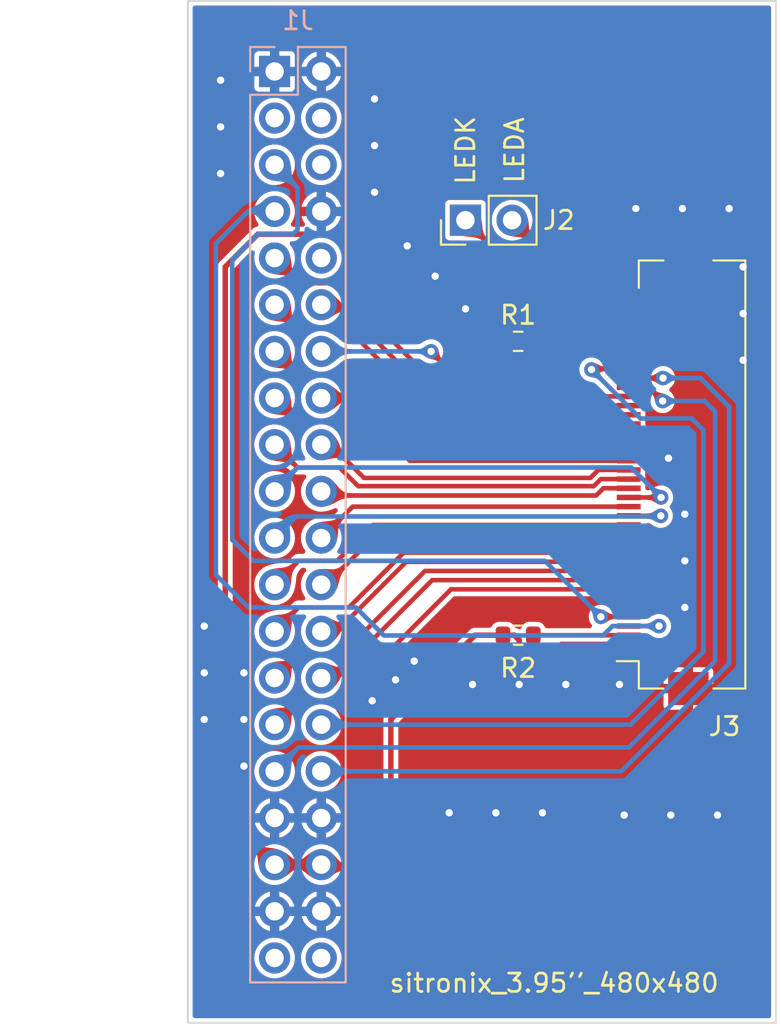
<source format=kicad_pcb>
(kicad_pcb (version 20211014) (generator pcbnew)
  (layers (0 "F.Cu" signal) (31 "B.Cu" signal) (34 "B.Paste" user) (35 "F.Paste" user) (36 "B.SilkS" user "B.Silkscreen") (37 "F.SilkS" user "F.Silkscreen") (38 "B.Mask" user) (39 "F.Mask" user) (44 "Edge.Cuts" user))
  (net 0 "")
  (net 1 "/GND")
  (net 4 "/TP_SDA")
  (net 6 "/TP_SCL")
  (net 7 "/LCD_DE")
  (net 9 "/LCD_HSYNC")
  (net 10 "/LCD_VSYNC")
  (net 11 "/LCD_B3")
  (net 12 "/LCD_PCLK")
  (net 13 "/LCD_B5")
  (net 14 "/LCD_B4")
  (net 15 "/LCD_B7")
  (net 16 "/LCD_B6")
  (net 17 "/LCD_G3")
  (net 18 "/LCD_G2")
  (net 19 "/LCD_G5")
  (net 20 "/LCD_G4")
  (net 21 "/LCD_G6")
  (net 22 "/LCD_G7")
  (net 23 "/LCD_R3")
  (net 24 "/LCD_R4")
  (net 25 "/LCD_R5")
  (net 26 "/LCD_R6")
  (net 27 "/LCD_R7")
  (net 28 "/LCD_SDA")
  (net 29 "/LCD_CS")
  (net 30 "/LCD_SCK")
  (net 31 "/VCC3.3V")
  (net 34 "/LEDK")
  (net 35 "/LEDA")
  (net 36 "Net-(R2-Pad1)")
  (net 38 "Net-(R1-Pad2)")
  (footprint "Connector_FFC-FPC:Hirose_FH12-40S-0.5SH_1x40-1MP_P0.50mm_Horizontal" (layer "F.Cu") (at 101.666 86.741 90)
    (property "Reference" "J3")
    (property "Value" "Conn_02x20_Counter_Clockwise")
    (fp_text reference "J3")
    (fp_text value "Conn_02x20_Counter_Clockwise")
  )
  (footprint "Connector_PinHeader_2.54mm:PinHeader_1x02_P2.54mm_Vertical" (layer "F.Cu") (at 90.927 72.898 90)
    (property "Reference" "J2")
    (property "Value" "Conn_01x02")
    (fp_text reference "J2")
    (fp_text value "Conn_01x02")
  )
  (footprint "Resistor_SMD:R_0603_1608Metric" (layer "F.Cu") (at 93.797 79.491)
    (property "Reference" "R1")
    (property "Value" "4.7k")
    (fp_text reference "R1")
    (fp_text value "4.7k")
  )
  (footprint "Resistor_SMD:R_0603_1608Metric" (layer "F.Cu") (at 93.797 95.491 180)
    (fp_text reference "R2")
    (fp_text value "4.7k")
  )
  (footprint "Connector_PinSocket_2.54mm:PinSocket_2x20_P2.54mm_Vertical" (layer "B.Cu") (at 80.538 64.8 180)
    (property "Reference" "J")
    (property "Value" "ESP32-S3-LCD-EV-BOARD_SUB_LCD_RGB")
    (fp_text reference "J1")
    (fp_text value "ESP32-S3-LCD-EV-BOARD_SUB_LCD_RGB")
  )
  (gr_rect (start 75.819 60.96) (end 107.823 116.586) (layer "Edge.Cuts") (width 0.1) (fill none))
  (gr_text "LEDA\n" (at 93.599 69.088 90) (layer "F.SilkS") (effects (font (size 1 1))))
  (gr_text "sitronix_3.95''_480x480\n" (at 95.758 114.427) (layer "F.SilkS") (effects (font (size 1 1))))
  (gr_text "LEDK" (at 90.932 69.088 90) (layer "F.SilkS") (effects (font (size 1 1))))
  (segment (start 101.192 80.491) (end 101.219 80.518) (width 0.3) (layer "F.Cu") (net 1))
  (segment (start 99.816 93.491) (end 100.946 93.491) (width 0.3) (layer "F.Cu") (net 1))
  (segment (start 98.406 93.491) (end 98.298 93.599) (width 0.3) (layer "F.Cu") (net 1))
  (segment (start 101.341 78.491) (end 101.346 78.486) (width 0.3) (layer "F.Cu") (net 1))
  (segment (start 99.816 93.491) (end 98.406 93.491) (width 0.3) (layer "F.Cu") (net 1))
  (segment (start 99.816 78.491) (end 101.341 78.491) (width 0.3) (layer "F.Cu") (net 1))
  (segment (start 99.816 80.491) (end 101.192 80.491) (width 0.3) (layer "F.Cu") (net 1))
  (segment (start 100.946 93.491) (end 100.965 93.472) (width 0.3) (layer "F.Cu") (net 1))
  (via (at 102.87 88.9) (size 0.8) (drill 0.4) (layers "F.Cu" "B.Cu") (net 1))
  (via (at 85.979 66.294) (size 0.8) (drill 0.4) (layers "F.Cu" "B.Cu") (net 1))
  (via (at 77.597 67.818) (size 0.8) (drill 0.4) (layers "F.Cu" "B.Cu") (net 1))
  (via (at 106.045 77.978) (size 0.8) (drill 0.4) (layers "F.Cu" "B.Cu") (net 1))
  (via (at 102.108 105.283) (size 0.8) (drill 0.4) (layers "F.Cu" "B.Cu") (net 1))
  (via (at 93.853 98.171) (size 0.8) (drill 0.4) (layers "F.Cu" "B.Cu") (net 1))
  (via (at 78.867 100.076) (size 0.8) (drill 0.4) (layers "F.Cu" "B.Cu") (net 1))
  (via (at 78.867 97.536) (size 0.8) (drill 0.4) (layers "F.Cu" "B.Cu") (net 1))
  (via (at 89.281 75.946) (size 0.8) (drill 0.4) (layers "F.Cu" "B.Cu") (net 1))
  (via (at 102.87 91.44) (size 0.8) (drill 0.4) (layers "F.Cu" "B.Cu") (net 1))
  (via (at 90.043 105.156) (size 0.8) (drill 0.4) (layers "F.Cu" "B.Cu") (net 1))
  (via (at 106.045 75.438) (size 0.8) (drill 0.4) (layers "F.Cu" "B.Cu") (net 1))
  (via (at 77.597 70.358) (size 0.8) (drill 0.4) (layers "F.Cu" "B.Cu") (net 1))
  (via (at 78.867 102.616) (size 0.8) (drill 0.4) (layers "F.Cu" "B.Cu") (net 1))
  (via (at 85.979 71.374) (size 0.8) (drill 0.4) (layers "F.Cu" "B.Cu") (net 1))
  (via (at 88.138 96.901) (size 0.8) (drill 0.4) (layers "F.Cu" "B.Cu") (net 1))
  (via (at 96.393 98.171) (size 0.8) (drill 0.4) (layers "F.Cu" "B.Cu") (net 1))
  (via (at 91.313 98.171) (size 0.8) (drill 0.4) (layers "F.Cu" "B.Cu") (net 1))
  (via (at 85.979 68.834) (size 0.8) (drill 0.4) (layers "F.Cu" "B.Cu") (net 1))
  (via (at 87.757 74.295) (size 0.8) (drill 0.4) (layers "F.Cu" "B.Cu") (net 1))
  (via (at 106.045 80.518) (size 0.8) (drill 0.4) (layers "F.Cu" "B.Cu") (net 1))
  (via (at 76.708 97.536) (size 0.8) (drill 0.4) (layers "F.Cu" "B.Cu") (net 1))
  (via (at 76.708 94.996) (size 0.8) (drill 0.4) (layers "F.Cu" "B.Cu") (net 1))
  (via (at 92.583 105.156) (size 0.8) (drill 0.4) (layers "F.Cu" "B.Cu") (net 1))
  (via (at 102.87 93.98) (size 0.8) (drill 0.4) (layers "F.Cu" "B.Cu") (net 1))
  (via (at 90.932 77.724) (size 0.8) (drill 0.4) (layers "F.Cu" "B.Cu") (net 1))
  (via (at 102.743 72.263) (size 0.8) (drill 0.4) (layers "F.Cu" "B.Cu") (net 1))
  (via (at 95.123 105.156) (size 0.8) (drill 0.4) (layers "F.Cu" "B.Cu") (net 1))
  (via (at 77.597 65.278) (size 0.8) (drill 0.4) (layers "F.Cu" "B.Cu") (net 1))
  (via (at 85.852 99.06) (size 0.8) (drill 0.4) (layers "F.Cu" "B.Cu") (net 1))
  (via (at 105.283 72.263) (size 0.8) (drill 0.4) (layers "F.Cu" "B.Cu") (net 1))
  (via (at 76.708 100.076) (size 0.8) (drill 0.4) (layers "F.Cu" "B.Cu") (net 1))
  (via (at 87.122 97.917) (size 0.8) (drill 0.4) (layers "F.Cu" "B.Cu") (net 1))
  (via (at 101.981 85.852) (size 0.8) (drill 0.4) (layers "F.Cu" "B.Cu") (net 1))
  (via (at 104.648 105.283) (size 0.8) (drill 0.4) (layers "F.Cu" "B.Cu") (net 1))
  (via (at 99.314 98.171) (size 0.8) (drill 0.4) (layers "F.Cu" "B.Cu") (net 1))
  (via (at 99.568 105.283) (size 0.8) (drill 0.4) (layers "F.Cu" "B.Cu") (net 1))
  (via (at 100.203 72.263) (size 0.8) (drill 0.4) (layers "F.Cu" "B.Cu") (net 1))
  (segment (start 98.301 94.491) (end 98.298 94.488) (width 0.25) (layer "F.Cu") (net 4))
  (segment (start 99.816 94.491) (end 98.301 94.491) (width 0.25) (layer "F.Cu") (net 4))
  (via (at 98.298 94.488) (size 0.8) (drill 0.4) (layers "F.Cu" "B.Cu") (net 4))
  (segment (start 81.788 71.13) (end 80.538 69.88) (width 0.25) (layer "B.Cu") (net 4))
  (segment (start 79.375 91.44) (end 78.232 90.297) (width 0.25) (layer "B.Cu") (net 4))
  (segment (start 81.788 73.406) (end 81.788 71.13) (width 0.25) (layer "B.Cu") (net 4))
  (segment (start 81.534 73.66) (end 81.788 73.406) (width 0.25) (layer "B.Cu") (net 4))
  (segment (start 95.25 91.44) (end 79.375 91.44) (width 0.25) (layer "B.Cu") (net 4))
  (segment (start 98.298 94.488) (end 95.25 91.44) (width 0.25) (layer "B.Cu") (net 4))
  (segment (start 79.629 73.66) (end 81.534 73.66) (width 0.25) (layer "B.Cu") (net 4))
  (segment (start 78.232 75.057) (end 79.629 73.66) (width 0.25) (layer "B.Cu") (net 4))
  (segment (start 78.232 90.297) (end 78.232 75.057) (width 0.25) (layer "B.Cu") (net 4))
  (segment (start 101.468 94.991) (end 99.816 94.991) (width 0.25) (layer "F.Cu") (net 6))
  (via (at 101.468 94.991) (size 0.8) (drill 0.4) (layers "F.Cu" "B.Cu") (net 6))
  (segment (start 84.963 93.98) (end 79.121 93.98) (width 0.25) (layer "B.Cu") (net 6))
  (segment (start 77.343 74.168) (end 79.091 72.42) (width 0.25) (layer "B.Cu") (net 6))
  (segment (start 79.091 72.42) (end 80.538 72.42) (width 0.25) (layer "B.Cu") (net 6))
  (segment (start 98.425 95.504) (end 86.487 95.504) (width 0.25) (layer "B.Cu") (net 6))
  (segment (start 98.938 94.991) (end 98.425 95.504) (width 0.25) (layer "B.Cu") (net 6))
  (segment (start 77.343 92.202) (end 77.343 74.168) (width 0.25) (layer "B.Cu") (net 6))
  (segment (start 79.121 93.98) (end 77.343 92.202) (width 0.25) (layer "B.Cu") (net 6))
  (segment (start 86.487 95.504) (end 84.963 93.98) (width 0.25) (layer "B.Cu") (net 6))
  (segment (start 101.468 94.991) (end 98.938 94.991) (width 0.25) (layer "B.Cu") (net 6))
  (segment (start 90.484 82.991) (end 83.818 76.325) (width 0.25) (layer "F.Cu") (net 7))
  (segment (start 99.816 82.991) (end 90.484 82.991) (width 0.25) (layer "F.Cu") (net 7))
  (segment (start 81.913 76.325) (end 81.417 75.829) (width 0.25) (layer "F.Cu") (net 7))
  (segment (start 81.407 75.829) (end 80.538 74.96) (width 0.25) (layer "F.Cu") (net 7))
  (segment (start 81.417 75.829) (end 81.407 75.829) (width 0.25) (layer "F.Cu") (net 7))
  (segment (start 83.818 76.325) (end 81.913 76.325) (width 0.25) (layer "F.Cu") (net 7))
  (segment (start 81.778 78.74) (end 80.538 77.5) (width 0.25) (layer "F.Cu") (net 9))
  (segment (start 84.455 78.74) (end 81.778 78.74) (width 0.25) (layer "F.Cu") (net 9))
  (segment (start 89.706 83.991) (end 84.455 78.74) (width 0.25) (layer "F.Cu") (net 9))
  (segment (start 99.816 83.991) (end 89.706 83.991) (width 0.25) (layer "F.Cu") (net 9))
  (segment (start 99.816 83.491) (end 90.095 83.491) (width 0.25) (layer "F.Cu") (net 10))
  (segment (start 84.104 77.5) (end 83.078 77.5) (width 0.25) (layer "F.Cu") (net 10))
  (segment (start 90.095 83.491) (end 84.104 77.5) (width 0.25) (layer "F.Cu") (net 10))
  (segment (start 100.838 84.836) (end 100.683 84.991) (width 0.25) (layer "F.Cu") (net 11))
  (segment (start 100.838 84.582) (end 100.838 84.836) (width 0.25) (layer "F.Cu") (net 11))
  (segment (start 81.778 81.28) (end 80.538 80.04) (width 0.25) (layer "F.Cu") (net 11))
  (segment (start 99.816 84.491) (end 89.317 84.491) (width 0.25) (layer "F.Cu") (net 11))
  (segment (start 89.317 84.491) (end 86.106 81.28) (width 0.25) (layer "F.Cu") (net 11))
  (segment (start 100.683 84.991) (end 99.816 84.991) (width 0.25) (layer "F.Cu") (net 11))
  (segment (start 100.747 84.491) (end 100.838 84.582) (width 0.25) (layer "F.Cu") (net 11))
  (segment (start 86.106 81.28) (end 81.778 81.28) (width 0.25) (layer "F.Cu") (net 11))
  (segment (start 99.816 84.491) (end 100.747 84.491) (width 0.25) (layer "F.Cu") (net 11))
  (segment (start 91.508 82.491) (end 99.816 82.491) (width 0.25) (layer "F.Cu") (net 12))
  (segment (start 89.057 80.04) (end 91.508 82.491) (width 0.25) (layer "F.Cu") (net 12))
  (via (at 89.057 80.04) (size 0.8) (drill 0.4) (layers "F.Cu" "B.Cu") (net 12))
  (segment (start 89.057 80.04) (end 83.078 80.04) (width 0.25) (layer "B.Cu") (net 12))
  (segment (start 99.816 85.991) (end 87.896 85.991) (width 0.25) (layer "F.Cu") (net 13))
  (segment (start 81.778 83.82) (end 80.538 82.58) (width 0.25) (layer "F.Cu") (net 13))
  (segment (start 87.896 85.991) (end 85.725 83.82) (width 0.25) (layer "F.Cu") (net 13))
  (segment (start 85.725 83.82) (end 81.778 83.82) (width 0.25) (layer "F.Cu") (net 13))
  (segment (start 99.816 85.491) (end 88.158 85.491) (width 0.25) (layer "F.Cu") (net 14))
  (segment (start 85.247 82.58) (end 83.078 82.58) (width 0.25) (layer "F.Cu") (net 14))
  (segment (start 88.158 85.491) (end 85.247 82.58) (width 0.25) (layer "F.Cu") (net 14))
  (segment (start 84.074 86.36) (end 81.778 86.36) (width 0.25) (layer "F.Cu") (net 15))
  (segment (start 81.778 86.36) (end 80.538 85.12) (width 0.25) (layer "F.Cu") (net 15))
  (segment (start 98.300604 86.991) (end 97.915604 87.376) (width 0.25) (layer "F.Cu") (net 15))
  (segment (start 85.09 87.376) (end 84.074 86.36) (width 0.25) (layer "F.Cu") (net 15))
  (segment (start 99.816 86.991) (end 98.300604 86.991) (width 0.25) (layer "F.Cu") (net 15))
  (segment (start 97.915604 87.376) (end 85.09 87.376) (width 0.25) (layer "F.Cu") (net 15))
  (segment (start 97.729208 86.926) (end 85.402 86.926) (width 0.25) (layer "F.Cu") (net 16))
  (segment (start 98.164208 86.491) (end 97.729208 86.926) (width 0.25) (layer "F.Cu") (net 16))
  (segment (start 85.402 86.926) (end 83.596 85.12) (width 0.25) (layer "F.Cu") (net 16))
  (segment (start 99.816 86.491) (end 98.164208 86.491) (width 0.25) (layer "F.Cu") (net 16))
  (segment (start 83.596 85.12) (end 83.078 85.12) (width 0.25) (layer "F.Cu") (net 16))
  (segment (start 101.58 87.991) (end 99.816 87.991) (width 0.25) (layer "F.Cu") (net 17))
  (via (at 101.58 87.991) (size 0.8) (drill 0.4) (layers "F.Cu" "B.Cu") (net 17))
  (segment (start 99.949 86.36) (end 101.58 87.991) (width 0.25) (layer "B.Cu") (net 17))
  (segment (start 80.538 87.61) (end 81.788 86.36) (width 0.25) (layer "B.Cu") (net 17))
  (segment (start 81.788 86.36) (end 99.949 86.36) (width 0.25) (layer "B.Cu") (net 17))
  (segment (start 80.538 87.66) (end 80.538 87.61) (width 0.25) (layer "B.Cu") (net 17))
  (segment (start 98.437 87.491) (end 98.044 87.884) (width 0.25) (layer "F.Cu") (net 18))
  (segment (start 98.044 87.884) (end 83.302 87.884) (width 0.25) (layer "F.Cu") (net 18))
  (segment (start 83.302 87.884) (end 83.078 87.66) (width 0.25) (layer "F.Cu") (net 18))
  (segment (start 99.816 87.491) (end 98.437 87.491) (width 0.25) (layer "F.Cu") (net 18))
  (segment (start 101.564 88.991) (end 99.816 88.991) (width 0.25) (layer "F.Cu") (net 19))
  (via (at 101.564 88.991) (size 0.8) (drill 0.4) (layers "F.Cu" "B.Cu") (net 19))
  (segment (start 81.713 89.025) (end 84.453 89.025) (width 0.25) (layer "B.Cu") (net 19))
  (segment (start 80.538 90.2) (end 81.713 89.025) (width 0.25) (layer "B.Cu") (net 19))
  (segment (start 84.453 89.025) (end 84.455 89.027) (width 0.25) (layer "B.Cu") (net 19))
  (segment (start 101.528 89.027) (end 101.564 88.991) (width 0.25) (layer "B.Cu") (net 19))
  (segment (start 84.455 89.027) (end 101.528 89.027) (width 0.25) (layer "B.Cu") (net 19))
  (segment (start 99.816 88.491) (end 84.787 88.491) (width 0.25) (layer "F.Cu") (net 20))
  (segment (start 84.787 88.491) (end 83.078 90.2) (width 0.25) (layer "F.Cu") (net 20))
  (segment (start 99.816 89.491) (end 85.896 89.491) (width 0.25) (layer "F.Cu") (net 21))
  (segment (start 83.947 91.44) (end 81.838 91.44) (width 0.25) (layer "F.Cu") (net 21))
  (segment (start 85.896 89.491) (end 83.947 91.44) (width 0.25) (layer "F.Cu") (net 21))
  (segment (start 81.838 91.44) (end 80.538 92.74) (width 0.25) (layer "F.Cu") (net 21))
  (segment (start 99.816 89.991) (end 86.0945 89.991) (width 0.25) (layer "F.Cu") (net 22))
  (segment (start 83.3455 92.74) (end 83.078 92.74) (width 0.25) (layer "F.Cu") (net 22))
  (segment (start 86.0945 89.991) (end 83.3455 92.74) (width 0.25) (layer "F.Cu") (net 22))
  (segment (start 100.652 90.991) (end 99.816 90.991) (width 0.25) (layer "F.Cu") (net 23))
  (segment (start 100.838 90.805) (end 100.652 90.991) (width 0.25) (layer "F.Cu") (net 23))
  (segment (start 84.582 93.98) (end 81.838 93.98) (width 0.25) (layer "F.Cu") (net 23))
  (segment (start 100.838 90.678) (end 100.838 90.805) (width 0.25) (layer "F.Cu") (net 23))
  (segment (start 99.816 90.491) (end 100.651 90.491) (width 0.25) (layer "F.Cu") (net 23))
  (segment (start 87.571 90.991) (end 84.582 93.98) (width 0.25) (layer "F.Cu") (net 23))
  (segment (start 99.816 90.991) (end 87.571 90.991) (width 0.25) (layer "F.Cu") (net 23))
  (segment (start 100.651 90.491) (end 100.838 90.678) (width 0.25) (layer "F.Cu") (net 23))
  (segment (start 81.838 93.98) (end 80.538 95.28) (width 0.25) (layer "F.Cu") (net 23))
  (segment (start 87.707396 91.491) (end 83.918396 95.28) (width 0.25) (layer "F.Cu") (net 24))
  (segment (start 99.816 91.491) (end 87.707396 91.491) (width 0.25) (layer "F.Cu") (net 24))
  (segment (start 83.918396 95.28) (end 83.078 95.28) (width 0.25) (layer "F.Cu") (net 24))
  (segment (start 88.73 91.991) (end 84.201 96.52) (width 0.25) (layer "F.Cu") (net 25))
  (segment (start 81.838 96.52) (end 80.538 97.82) (width 0.25) (layer "F.Cu") (net 25))
  (segment (start 99.816 91.991) (end 88.73 91.991) (width 0.25) (layer "F.Cu") (net 25))
  (segment (start 84.201 96.52) (end 81.838 96.52) (width 0.25) (layer "F.Cu") (net 25))
  (segment (start 83.79 97.82) (end 83.078 97.82) (width 0.25) (layer "F.Cu") (net 26))
  (segment (start 89.119 92.491) (end 83.79 97.82) (width 0.25) (layer "F.Cu") (net 26))
  (segment (start 99.816 92.491) (end 89.119 92.491) (width 0.25) (layer "F.Cu") (net 26))
  (segment (start 81.838 99.06) (end 80.538 100.36) (width 0.25) (layer "F.Cu") (net 27))
  (segment (start 99.816 92.991) (end 90.143 92.991) (width 0.25) (layer "F.Cu") (net 27))
  (segment (start 90.143 92.991) (end 84.074 99.06) (width 0.25) (layer "F.Cu") (net 27))
  (segment (start 84.074 99.06) (end 81.838 99.06) (width 0.25) (layer "F.Cu") (net 27))
  (segment (start 99.816 80.991) (end 97.825 80.991) (width 0.25) (layer "F.Cu") (net 28))
  (segment (start 97.825 80.991) (end 97.79 81.026) (width 0.25) (layer "F.Cu") (net 28))
  (via (at 97.79 81.026) (size 0.8) (drill 0.4) (layers "F.Cu" "B.Cu") (net 28))
  (segment (start 97.79 81.026) (end 100.457 83.693) (width 0.25) (layer "B.Cu") (net 28))
  (segment (start 99.919 100.36) (end 83.078 100.36) (width 0.25) (layer "B.Cu") (net 28))
  (segment (start 103.886 96.393) (end 99.919 100.36) (width 0.25) (layer "B.Cu") (net 28))
  (segment (start 100.457 83.693) (end 103.251 83.693) (width 0.25) (layer "B.Cu") (net 28))
  (segment (start 103.251 83.693) (end 103.886 84.328) (width 0.25) (layer "B.Cu") (net 28))
  (segment (start 103.886 84.328) (end 103.886 96.393) (width 0.25) (layer "B.Cu") (net 28))
  (segment (start 100.914 81.991) (end 99.816 81.991) (width 0.25) (layer "F.Cu") (net 29))
  (segment (start 101.6635 82.7405) (end 100.914 81.991) (width 0.25) (layer "F.Cu") (net 29))
  (via (at 101.6635 82.7405) (size 0.8) (drill 0.4) (layers "F.Cu" "B.Cu") (net 29))
  (segment (start 101.6635 82.7405) (end 103.9495 82.7405) (width 0.25) (layer "B.Cu") (net 29))
  (segment (start 104.521 83.312) (end 104.521 96.901) (width 0.25) (layer "B.Cu") (net 29))
  (segment (start 103.9495 82.7405) (end 104.521 83.312) (width 0.25) (layer "B.Cu") (net 29))
  (segment (start 104.521 96.901) (end 99.822 101.6) (width 0.25) (layer "B.Cu") (net 29))
  (segment (start 81.838 101.6) (end 80.538 102.9) (width 0.25) (layer "B.Cu") (net 29))
  (segment (start 99.822 101.6) (end 81.838 101.6) (width 0.25) (layer "B.Cu") (net 29))
  (segment (start 101.684 81.491) (end 99.816 81.491) (width 0.25) (layer "F.Cu") (net 30))
  (via (at 101.684 81.491) (size 0.8) (drill 0.4) (layers "F.Cu" "B.Cu") (net 30))
  (segment (start 103.716 81.491) (end 105.283 83.058) (width 0.25) (layer "B.Cu") (net 30))
  (segment (start 99.411 102.9) (end 83.078 102.9) (width 0.25) (layer "B.Cu") (net 30))
  (segment (start 101.684 81.491) (end 103.716 81.491) (width 0.25) (layer "B.Cu") (net 30))
  (segment (start 105.283 97.028) (end 99.411 102.9) (width 0.25) (layer "B.Cu") (net 30))
  (segment (start 105.283 83.058) (end 105.283 97.028) (width 0.25) (layer "B.Cu") (net 30))
  (segment (start 95.504 96.647) (end 96.16 95.991) (width 0.3) (layer "F.Cu") (net 31))
  (segment (start 100.857 79.991) (end 99.816 79.991) (width 0.3) (layer "F.Cu") (net 31))
  (segment (start 92.972 79.491) (end 90.286 79.491) (width 0.3) (layer "F.Cu") (net 31))
  (segment (start 79.629 73.66) (end 77.851 75.438) (width 0.3) (layer "F.Cu") (net 31))
  (segment (start 99.816 78.991) (end 100.816 78.991) (width 0.3) (layer "F.Cu") (net 31))
  (segment (start 86.868 105.791) (end 86.868 100.076) (width 0.3) (layer "F.Cu") (net 31))
  (segment (start 93.586 95.491) (end 93.853 95.758) (width 0.3) (layer "F.Cu") (net 31))
  (segment (start 77.851 75.438) (end 77.851 105.293) (width 0.3) (layer "F.Cu") (net 31))
  (segment (start 93.853 96.393) (end 94.107 96.647) (width 0.3) (layer "F.Cu") (net 31))
  (segment (start 93.483 79.491) (end 92.972 79.491) (width 0.3) (layer "F.Cu") (net 31))
  (segment (start 100.816 78.991) (end 101.092 79.267) (width 0.3) (layer "F.Cu") (net 31))
  (segment (start 83.078 107.98) (end 84.679 107.98) (width 0.3) (layer "F.Cu") (net 31))
  (segment (start 95.758 78.232) (end 94.234 78.232) (width 0.3) (layer "F.Cu") (net 31))
  (segment (start 80.538 107.98) (end 83.078 107.98) (width 0.3) (layer "F.Cu") (net 31))
  (segment (start 93.726 78.74) (end 93.726 79.248) (width 0.3) (layer "F.Cu") (net 31))
  (segment (start 77.851 105.293) (end 80.538 107.98) (width 0.3) (layer "F.Cu") (net 31))
  (segment (start 101.092 79.267) (end 101.092 79.756) (width 0.3) (layer "F.Cu") (net 31))
  (segment (start 84.455 73.66) (end 79.629 73.66) (width 0.3) (layer "F.Cu") (net 31))
  (segment (start 96.16 95.991) (end 99.816 95.991) (width 0.3) (layer "F.Cu") (net 31))
  (segment (start 93.853 95.758) (end 93.853 96.393) (width 0.3) (layer "F.Cu") (net 31))
  (segment (start 93.726 79.248) (end 93.483 79.491) (width 0.3) (layer "F.Cu") (net 31))
  (segment (start 96.517 78.991) (end 95.758 78.232) (width 0.3) (layer "F.Cu") (net 31))
  (segment (start 86.868 100.076) (end 91.453 95.491) (width 0.3) (layer "F.Cu") (net 31))
  (segment (start 101.092 79.756) (end 100.857 79.991) (width 0.3) (layer "F.Cu") (net 31))
  (segment (start 90.286 79.491) (end 84.455 73.66) (width 0.3) (layer "F.Cu") (net 31))
  (segment (start 84.679 107.98) (end 86.868 105.791) (width 0.3) (layer "F.Cu") (net 31))
  (segment (start 94.107 96.647) (end 95.504 96.647) (width 0.3) (layer "F.Cu") (net 31))
  (segment (start 91.453 95.491) (end 92.972 95.491) (width 0.3) (layer "F.Cu") (net 31))
  (segment (start 92.972 95.491) (end 93.586 95.491) (width 0.3) (layer "F.Cu") (net 31))
  (segment (start 94.234 78.232) (end 93.726 78.74) (width 0.3) (layer "F.Cu") (net 31))
  (segment (start 99.816 78.991) (end 96.517 78.991) (width 0.3) (layer "F.Cu") (net 31))
  (segment (start 100.698 77.991) (end 99.816 77.991) (width 0.25) (layer "F.Cu") (net 34))
  (segment (start 100.732 77.491) (end 100.838 77.597) (width 0.25) (layer "F.Cu") (net 34))
  (segment (start 95.52 77.491) (end 99.816 77.491) (width 0.25) (layer "F.Cu") (net 34))
  (segment (start 100.838 77.851) (end 100.698 77.991) (width 0.25) (layer "F.Cu") (net 34))
  (segment (start 90.927 72.898) (end 95.52 77.491) (width 0.25) (layer "F.Cu") (net 34))
  (segment (start 100.838 77.597) (end 100.838 77.851) (width 0.25) (layer "F.Cu") (net 34))
  (segment (start 99.816 77.491) (end 100.732 77.491) (width 0.25) (layer "F.Cu") (net 34))
  (segment (start 97.155 76.581) (end 97.565 76.991) (width 0.25) (layer "F.Cu") (net 35))
  (segment (start 97.15 76.581) (end 97.155 76.581) (width 0.25) (layer "F.Cu") (net 35))
  (segment (start 93.467 72.898) (end 97.15 76.581) (width 0.25) (layer "F.Cu") (net 35))
  (segment (start 97.565 76.991) (end 99.816 76.991) (width 0.25) (layer "F.Cu") (net 35))
  (segment (start 94.622 95.491) (end 99.816 95.491) (width 0.25) (layer "F.Cu") (net 36))
  (segment (start 94.622 79.491) (end 99.816 79.491) (width 0.25) (layer "F.Cu") (net 38))
  (zone (net 31) (net_name "/VCC3.3V") (layer "F.Cu") (priority 16962) (connect_pads yes (clearance 0)) (min_thickness 0.0254) (fill yes (thermal_gap 0.508) (thermal_bridge_width 0.508))
    (polygon (pts (xy 79.236925 106.891057) (xy 79.370277 107.038118) (xy 79.466227 107.172968) (xy 79.53184 107.29933) (xy 79.574179 107.420926) (xy 79.60031 107.541482) (xy 79.617295 107.664718) (xy 79.6322 107.79436) (xy 79.652089 107.93413) (xy 79.684026 108.087752) (xy 79.735076 108.258949) (xy 80.83852 108.28052) (xy 80.816949 107.177076) (xy 80.645752 107.126026) (xy 80.49213 107.094089) (xy 80.35236 107.0742) (xy 80.222718 107.059295) (xy 80.099482 107.04231) (xy 79.978926 107.016179) (xy 79.85733 106.97384) (xy 79.730968 106.908227) (xy 79.596118 106.812277) (xy 79.449057 106.678925)))
  )
  (zone (net 20) (net_name "/LCD_G4") (layer "F.Cu") (priority 16962) (connect_pads yes (clearance 0)) (min_thickness 0.0254) (fill yes (thermal_gap 0.508) (thermal_bridge_width 0.508))
    (polygon (pts (xy 84.184621 88.916602) (xy 84.03634 89.050313) (xy 83.900119 89.145278) (xy 83.772245 89.20889) (xy 83.649006 89.248538) (xy 83.526691 89.271613) (xy 83.401588 89.285507) (xy 83.269984 89.297609) (xy 83.128167 89.31531) (xy 82.972427 89.346002) (xy 82.799051 89.397076) (xy 82.77748 90.50052) (xy 83.880924 90.478949) (xy 83.931997 90.305572) (xy 83.962689 90.149832) (xy 83.98039 90.008015) (xy 83.992492 89.876411) (xy 84.006386 89.751308) (xy 84.029461 89.628993) (xy 84.069109 89.505754) (xy 84.132721 89.37788) (xy 84.227686 89.241659) (xy 84.361398 89.093379)))
  )
  (zone (net 21) (net_name "/LCD_G6") (layer "F.Cu") (priority 16962) (connect_pads yes (clearance 0)) (min_thickness 0.0254) (fill yes (thermal_gap 0.508) (thermal_bridge_width 0.508))
    (polygon (pts (xy 81.644621 91.456602) (xy 81.49634 91.590313) (xy 81.360119 91.685278) (xy 81.232245 91.74889) (xy 81.109006 91.788538) (xy 80.986691 91.811613) (xy 80.861588 91.825507) (xy 80.729984 91.837609) (xy 80.588167 91.85531) (xy 80.432427 91.886002) (xy 80.259051 91.937076) (xy 80.23748 93.04052) (xy 81.340924 93.018949) (xy 81.391997 92.845572) (xy 81.422689 92.689832) (xy 81.44039 92.548015) (xy 81.452492 92.416411) (xy 81.466386 92.291308) (xy 81.489461 92.168993) (xy 81.529109 92.045754) (xy 81.592721 91.91788) (xy 81.687686 91.781659) (xy 81.821398 91.633379)))
  )
  (zone (net 23) (net_name "/LCD_R3") (layer "F.Cu") (priority 16962) (connect_pads yes (clearance 0)) (min_thickness 0.0254) (fill yes (thermal_gap 0.508) (thermal_bridge_width 0.508))
    (polygon (pts (xy 81.644621 93.996602) (xy 81.49634 94.130313) (xy 81.360119 94.225278) (xy 81.232245 94.28889) (xy 81.109006 94.328538) (xy 80.986691 94.351613) (xy 80.861588 94.365507) (xy 80.729984 94.377609) (xy 80.588167 94.39531) (xy 80.432427 94.426002) (xy 80.259051 94.477076) (xy 80.23748 95.58052) (xy 81.340924 95.558949) (xy 81.391997 95.385572) (xy 81.422689 95.229832) (xy 81.44039 95.088015) (xy 81.452492 94.956411) (xy 81.466386 94.831308) (xy 81.489461 94.708993) (xy 81.529109 94.585754) (xy 81.592721 94.45788) (xy 81.687686 94.321659) (xy 81.821398 94.173379)))
  )
  (zone (net 7) (net_name "/LCD_DE") (layer "F.Cu") (priority 16962) (connect_pads yes (clearance 0)) (min_thickness 0.0254) (fill yes (thermal_gap 0.508) (thermal_bridge_width 0.508))
    (polygon (pts (xy 81.831398 76.066622) (xy 81.697135 75.918094) (xy 81.601277 75.781803) (xy 81.536524 75.653991) (xy 81.495574 75.530899) (xy 81.471127 75.40877) (xy 81.455882 75.283847) (xy 81.44254 75.152371) (xy 81.4238 75.010585) (xy 81.392361 74.854731) (xy 81.340924 74.681051) (xy 80.23748 74.65948) (xy 80.259051 75.762924) (xy 80.433574 75.814239) (xy 80.5904 75.844893) (xy 80.73325 75.862362) (xy 80.865848 75.874121) (xy 80.991916 75.887646) (xy 81.115178 75.910411) (xy 81.239357 75.949894) (xy 81.368175 76.013569) (xy 81.505355 76.108911) (xy 81.654622 76.243398)))
  )
  (zone (net 14) (net_name "/LCD_B4") (layer "F.Cu") (priority 16962) (connect_pads yes (clearance 0)) (min_thickness 0.0254) (fill yes (thermal_gap 0.508) (thermal_bridge_width 0.508))
    (polygon (pts (xy 84.768 82.455) (xy 84.568601 82.444697) (xy 84.405127 82.415526) (xy 84.269726 82.370085) (xy 84.154548 82.310978) (xy 84.051741 82.240804) (xy 83.953455 82.162167) (xy 83.85184 82.077666) (xy 83.739043 81.989904) (xy 83.607216 81.901481) (xy 83.448506 81.815) (xy 82.653 82.58) (xy 83.448506 83.345) (xy 83.607216 83.258518) (xy 83.739043 83.170095) (xy 83.85184 83.082333) (xy 83.953455 82.997832) (xy 84.051741 82.919195) (xy 84.154548 82.849021) (xy 84.269726 82.789914) (xy 84.405127 82.744473) (xy 84.568601 82.715302) (xy 84.768 82.705)))
  )
  (zone (net 6) (net_name "/TP_SCL") (layer "F.Cu") (priority 16962) (connect_pads yes (clearance 0)) (min_thickness 0.0254) (fill yes (thermal_gap 0.508) (thermal_bridge_width 0.508))
    (polygon (pts (xy 100.678 95.116) (xy 100.768461 95.119266) (xy 100.844222 95.128658) (xy 100.908389 95.143564) (xy 100.964064 95.163374) (xy 101.014352 95.187476) (xy 101.062359 95.215261) (xy 101.111187 95.246116) (xy 101.163941 95.279432) (xy 101.223725 95.314596) (xy 101.293645 95.351) (xy 101.668 94.991) (xy 101.293645 94.631) (xy 101.223725 94.667403) (xy 101.163941 94.702567) (xy 101.111187 94.735883) (xy 101.062359 94.766738) (xy 101.014352 94.794523) (xy 100.964064 94.818625) (xy 100.908389 94.838435) (xy 100.844222 94.853341) (xy 100.768461 94.862733) (xy 100.678 94.866)))
  )
  (zone (net 1) (net_name "/GND") (layer "F.Cu") (connect_pads (clearance 0.254)) (min_thickness 0.254) (fill yes (thermal_gap 0.254) (thermal_bridge_width 0.508))
    (polygon (pts (xy 107.823 116.586) (xy 75.819 116.586) (xy 75.819 60.96) (xy 107.823 60.96)))
  )
  (zone (net 30) (net_name "/LCD_SCK") (layer "F.Cu") (priority 16962) (connect_pads yes (clearance 0)) (min_thickness 0.0254) (fill yes (thermal_gap 0.508) (thermal_bridge_width 0.508))
    (polygon (pts (xy 100.894 81.616) (xy 100.984461 81.619266) (xy 101.060222 81.628658) (xy 101.124389 81.643564) (xy 101.180064 81.663374) (xy 101.230352 81.687476) (xy 101.278359 81.715261) (xy 101.327187 81.746116) (xy 101.379941 81.779432) (xy 101.439725 81.814596) (xy 101.509645 81.851) (xy 101.884 81.491) (xy 101.509645 81.131) (xy 101.439725 81.167403) (xy 101.379941 81.202567) (xy 101.327187 81.235883) (xy 101.278359 81.266738) (xy 101.230352 81.294523) (xy 101.180064 81.318625) (xy 101.124389 81.338435) (xy 101.060222 81.353341) (xy 100.984461 81.362733) (xy 100.894 81.366)))
  )
  (zone (net 22) (net_name "/LCD_G7") (layer "F.Cu") (priority 16962) (connect_pads yes (clearance 0)) (min_thickness 0.0254) (fill yes (thermal_gap 0.508) (thermal_bridge_width 0.508))
    (polygon (pts (xy 84.3107 91.598023) (xy 84.172913 91.721316) (xy 84.045522 91.807096) (xy 83.92506 91.861632) (xy 83.80806 91.891193) (xy 83.691054 91.902047) (xy 83.570577 91.900465) (xy 83.443162 91.892715) (xy 83.305342 91.885065) (xy 83.153649 91.883786) (xy 82.984619 91.895146) (xy 82.718168 92.966153) (xy 83.798771 93.190542) (xy 83.892529 93.022743) (xy 83.958398 92.870469) (xy 84.004762 92.730085) (xy 84.040005 92.597953) (xy 84.072513 92.470437) (xy 84.110669 92.343899) (xy 84.162859 92.214703) (xy 84.237467 92.079213) (xy 84.342878 91.93379) (xy 84.487477 91.7748)))
  )
  (zone (net 35) (net_name "/LEDA") (layer "F.Cu") (priority 16962) (connect_pads yes (clearance 0)) (min_thickness 0.0254) (fill yes (thermal_gap 0.508) (thermal_bridge_width 0.508))
    (polygon (pts (xy 94.750398 74.004621) (xy 94.616686 73.85634) (xy 94.521721 73.720119) (xy 94.458109 73.592245) (xy 94.418461 73.469006) (xy 94.395386 73.346691) (xy 94.381492 73.221588) (xy 94.36939 73.089984) (xy 94.351689 72.948167) (xy 94.320997 72.792427) (xy 94.269924 72.619051) (xy 93.16648 72.59748) (xy 93.188051 73.700924) (xy 93.361427 73.751997) (xy 93.517167 73.782689) (xy 93.658984 73.80039) (xy 93.790588 73.812492) (xy 93.915691 73.826386) (xy 94.038006 73.849461) (xy 94.161245 73.889109) (xy 94.289119 73.952721) (xy 94.42534 74.047686) (xy 94.573621 74.181398)))
  )
  (zone (net 34) (net_name "/LEDK") (layer "F.Cu") (priority 16962) (connect_pads yes (clearance 0)) (min_thickness 0.0254) (fill yes (thermal_gap 0.508) (thermal_bridge_width 0.508))
    (polygon (pts (xy 92.210398 74.004621) (xy 92.076686 73.85634) (xy 91.981721 73.720119) (xy 91.918109 73.592245) (xy 91.878461 73.469006) (xy 91.855386 73.346691) (xy 91.841492 73.221588) (xy 91.82939 73.089984) (xy 91.811689 72.948167) (xy 91.780997 72.792427) (xy 91.729924 72.619051) (xy 90.62648 72.59748) (xy 90.648051 73.700924) (xy 90.821427 73.751997) (xy 90.977167 73.782689) (xy 91.118984 73.80039) (xy 91.250588 73.812492) (xy 91.375691 73.826386) (xy 91.498006 73.849461) (xy 91.621245 73.889109) (xy 91.749119 73.952721) (xy 91.88534 74.047686) (xy 92.033621 74.181398)))
  )
  (zone (net 4) (net_name "/TP_SDA") (layer "F.Cu") (priority 16962) (connect_pads yes (clearance 0)) (min_thickness 0.0254) (fill yes (thermal_gap 0.508) (thermal_bridge_width 0.508))
    (polygon (pts (xy 99.091 94.366) (xy 99.000413 94.362743) (xy 98.92453 94.35337) (xy 98.860253 94.338472) (xy 98.804485 94.318643) (xy 98.754127 94.294477) (xy 98.706084 94.266566) (xy 98.657256 94.235504) (xy 98.604548 94.201884) (xy 98.544861 94.166298) (xy 98.475098 94.129342) (xy 98.098006 94.486474) (xy 98.469602 94.84932) (xy 98.540292 94.813221) (xy 98.60074 94.778334) (xy 98.654074 94.745267) (xy 98.703423 94.71463) (xy 98.751914 94.687034) (xy 98.802676 94.663088) (xy 98.858837 94.643401) (xy 98.923526 94.628585) (xy 98.999871 94.619247) (xy 99.091 94.616)))
  )
  (zone (net 9) (net_name "/LCD_HSYNC") (layer "F.Cu") (priority 16962) (connect_pads yes (clearance 0)) (min_thickness 0.0254) (fill yes (thermal_gap 0.508) (thermal_bridge_width 0.508))
    (polygon (pts (xy 81.821398 78.606621) (xy 81.687686 78.45834) (xy 81.592721 78.322119) (xy 81.529109 78.194245) (xy 81.489461 78.071006) (xy 81.466386 77.948691) (xy 81.452492 77.823588) (xy 81.44039 77.691984) (xy 81.422689 77.550167) (xy 81.391997 77.394427) (xy 81.340924 77.221051) (xy 80.23748 77.19948) (xy 80.259051 78.302924) (xy 80.432427 78.353997) (xy 80.588167 78.384689) (xy 80.729984 78.40239) (xy 80.861588 78.414492) (xy 80.986691 78.428386) (xy 81.109006 78.451461) (xy 81.232245 78.491109) (xy 81.360119 78.554721) (xy 81.49634 78.649686) (xy 81.644621 78.783398)))
  )
  (zone (net 18) (net_name "/LCD_G2") (layer "F.Cu") (priority 16962) (connect_pads yes (clearance 0)) (min_thickness 0.0254) (fill yes (thermal_gap 0.508) (thermal_bridge_width 0.508))
    (polygon (pts (xy 84.752 87.759) (xy 84.570116 87.748757) (xy 84.421675 87.719295) (xy 84.299995 87.672505) (xy 84.198392 87.610284) (xy 84.110186 87.534525) (xy 84.028693 87.447124) (xy 83.947231 87.349975) (xy 83.859118 87.244972) (xy 83.757671 87.13401) (xy 83.636209 87.018984) (xy 82.667884 87.548513) (xy 83.234852 88.495402) (xy 83.423769 88.450249) (xy 83.581556 88.394986) (xy 83.716787 88.333112) (xy 83.838035 88.26813) (xy 83.953873 88.203539) (xy 84.072876 88.142841) (xy 84.203617 88.089537) (xy 84.354668 88.047128) (xy 84.534605 88.019115) (xy 84.752 88.009)))
  )
  (zone (net 26) (net_name "/LCD_R6") (layer "F.Cu") (priority 16962) (connect_pads yes (clearance 0)) (min_thickness 0.0254) (fill yes (thermal_gap 0.508) (thermal_bridge_width 0.508))
    (polygon (pts (xy 84.437002 96.996221) (xy 84.322907 97.09597) (xy 84.215279 97.162039) (xy 84.111925 97.19883) (xy 84.010652 97.210744) (xy 83.90927 97.202185) (xy 83.805585 97.177555) (xy 83.697407 97.141256) (xy 83.582543 97.097691) (xy 83.4588 97.051262) (xy 83.323989 97.006373) (xy 82.658256 97.88663) (xy 83.67904 98.42104) (xy 83.808584 98.282722) (xy 83.910204 98.157292) (xy 83.991364 98.041042) (xy 84.059531 97.930265) (xy 84.122171 97.821256) (xy 84.18675 97.710308) (xy 84.260734 97.593715) (xy 84.35159 97.46777) (xy 84.466783 97.328766) (xy 84.613779 97.172998)))
  )
  (zone (net 31) (net_name "/VCC3.3V") (layer "F.Cu") (priority 16962) (connect_pads yes (clearance 0)) (min_thickness 0.0254) (fill yes (thermal_gap 0.508) (thermal_bridge_width 0.508))
    (polygon (pts (xy 82.228 107.83) (xy 82.029717 107.820306) (xy 81.866516 107.7928) (xy 81.730769 107.749844) (xy 81.614849 107.6938) (xy 81.511126 107.627032) (xy 81.411974 107.551901) (xy 81.309764 107.470769) (xy 81.196868 107.386) (xy 81.065658 107.299956) (xy 80.908506 107.215) (xy 80.113 107.98) (xy 80.908506 108.745) (xy 81.065658 108.660043) (xy 81.196868 108.573999) (xy 81.309764 108.48923) (xy 81.411974 108.408098) (xy 81.511126 108.332967) (xy 81.614849 108.266199) (xy 81.730769 108.210155) (xy 81.866516 108.167199) (xy 82.029717 108.139693) (xy 82.228 108.13)))
  )
  (zone (net 29) (net_name "/LCD_CS") (layer "F.Cu") (priority 16962) (connect_pads yes (clearance 0)) (min_thickness 0.0254) (fill yes (thermal_gap 0.508) (thermal_bridge_width 0.508))
    (polygon (pts (xy 101.016498 82.270275) (xy 101.078153 82.33655) (xy 101.125084 82.396762) (xy 101.159916 82.452675) (xy 101.185277 82.50605) (xy 101.203793 82.558653) (xy 101.218092 82.612245) (xy 101.2308 82.668589) (xy 101.244546 82.729449) (xy 101.261954 82.796588) (xy 101.285654 82.87177) (xy 101.804921 82.881921) (xy 101.79477 82.362654) (xy 101.719588 82.338954) (xy 101.652449 82.321546) (xy 101.591589 82.3078) (xy 101.535245 82.295092) (xy 101.481653 82.280793) (xy 101.42905 82.262277) (xy 101.375675 82.236916) (xy 101.319762 82.202084) (xy 101.25955 82.155153) (xy 101.193275 82.093498)))
  )
  (zone (net 27) (net_name "/LCD_R7") (layer "F.Cu") (priority 16962) (connect_pads yes (clearance 0)) (min_thickness 0.0254) (fill yes (thermal_gap 0.508) (thermal_bridge_width 0.508))
    (polygon (pts (xy 81.644621 99.076602) (xy 81.49634 99.210313) (xy 81.360119 99.305278) (xy 81.232245 99.36889) (xy 81.109006 99.408538) (xy 80.986691 99.431613) (xy 80.861588 99.445507) (xy 80.729984 99.457609) (xy 80.588167 99.47531) (xy 80.432427 99.506002) (xy 80.259051 99.557076) (xy 80.23748 100.66052) (xy 81.340924 100.638949) (xy 81.391997 100.465572) (xy 81.422689 100.309832) (xy 81.44039 100.168015) (xy 81.452492 100.036411) (xy 81.466386 99.911308) (xy 81.489461 99.788993) (xy 81.529109 99.665754) (xy 81.592721 99.53788) (xy 81.687686 99.401659) (xy 81.821398 99.253379)))
  )
  (zone (net 19) (net_name "/LCD_G5") (layer "F.Cu") (priority 16962) (connect_pads yes (clearance 0)) (min_thickness 0.0254) (fill yes (thermal_gap 0.508) (thermal_bridge_width 0.508))
    (polygon (pts (xy 100.774 89.116) (xy 100.864461 89.119266) (xy 100.940222 89.128658) (xy 101.004389 89.143564) (xy 101.060064 89.163374) (xy 101.110352 89.187476) (xy 101.158359 89.215261) (xy 101.207187 89.246116) (xy 101.259941 89.279432) (xy 101.319725 89.314596) (xy 101.389645 89.351) (xy 101.764 88.991) (xy 101.389645 88.631) (xy 101.319725 88.667403) (xy 101.259941 88.702567) (xy 101.207187 88.735883) (xy 101.158359 88.766738) (xy 101.110352 88.794523) (xy 101.060064 88.818625) (xy 101.004389 88.838435) (xy 100.940222 88.853341) (xy 100.864461 88.862733) (xy 100.774 88.866)))
  )
  (zone (net 16) (net_name "/LCD_B6") (layer "F.Cu") (priority 16962) (connect_pads yes (clearance 0)) (min_thickness 0.0254) (fill yes (thermal_gap 0.508) (thermal_bridge_width 0.508))
    (polygon (pts (xy 84.575342 85.922565) (xy 84.421882 85.755186) (xy 84.306943 85.602422) (xy 84.221449 85.461093) (xy 84.156323 85.328023) (xy 84.102492 85.200034) (xy 84.05088 85.073949) (xy 83.992412 84.94659) (xy 83.918011 84.81478) (xy 83.818604 84.675341) (xy 83.685115 84.525096) (xy 82.677976 84.976455) (xy 83.168351 85.965184) (xy 83.32296 85.943018) (xy 83.462847 85.914839) (xy 83.590898 85.885865) (xy 83.710005 85.861318) (xy 83.823054 85.846418) (xy 83.932936 85.846386) (xy 84.042539 85.866442) (xy 84.154752 85.911806) (xy 84.272464 85.987699) (xy 84.398565 86.099342)))
  )
  (zone (net 13) (net_name "/LCD_B5") (layer "F.Cu") (priority 16962) (connect_pads yes (clearance 0)) (min_thickness 0.0254) (fill yes (thermal_gap 0.508) (thermal_bridge_width 0.508))
    (polygon (pts (xy 81.821398 83.686621) (xy 81.687686 83.53834) (xy 81.592721 83.402119) (xy 81.529109 83.274245) (xy 81.489461 83.151006) (xy 81.466386 83.028691) (xy 81.452492 82.903588) (xy 81.44039 82.771984) (xy 81.422689 82.630167) (xy 81.391997 82.474427) (xy 81.340924 82.301051) (xy 80.23748 82.27948) (xy 80.259051 83.382924) (xy 80.432427 83.433997) (xy 80.588167 83.464689) (xy 80.729984 83.48239) (xy 80.861588 83.494492) (xy 80.986691 83.508386) (xy 81.109006 83.531461) (xy 81.232245 83.571109) (xy 81.360119 83.634721) (xy 81.49634 83.729686) (xy 81.644621 83.863398)))
  )
  (zone (net 11) (net_name "/LCD_B3") (layer "F.Cu") (priority 16962) (connect_pads yes (clearance 0)) (min_thickness 0.0254) (fill yes (thermal_gap 0.508) (thermal_bridge_width 0.508))
    (polygon (pts (xy 81.821398 81.146621) (xy 81.687686 80.99834) (xy 81.592721 80.862119) (xy 81.529109 80.734245) (xy 81.489461 80.611006) (xy 81.466386 80.488691) (xy 81.452492 80.363588) (xy 81.44039 80.231984) (xy 81.422689 80.090167) (xy 81.391997 79.934427) (xy 81.340924 79.761051) (xy 80.23748 79.73948) (xy 80.259051 80.842924) (xy 80.432427 80.893997) (xy 80.588167 80.924689) (xy 80.729984 80.94239) (xy 80.861588 80.954492) (xy 80.986691 80.968386) (xy 81.109006 80.991461) (xy 81.232245 81.031109) (xy 81.360119 81.094721) (xy 81.49634 81.189686) (xy 81.644621 81.323398)))
  )
  (zone (net 31) (net_name "/VCC3.3V") (layer "F.Cu") (priority 16962) (connect_pads yes (clearance 0)) (min_thickness 0.0254) (fill yes (thermal_gap 0.508) (thermal_bridge_width 0.508))
    (polygon (pts (xy 81.388 108.13) (xy 81.586282 108.139693) (xy 81.749483 108.167199) (xy 81.88523 108.210155) (xy 82.00115 108.266199) (xy 82.104873 108.332967) (xy 82.204025 108.408098) (xy 82.306235 108.48923) (xy 82.419131 108.573999) (xy 82.550341 108.660043) (xy 82.707494 108.745) (xy 83.503 107.98) (xy 82.707494 107.215) (xy 82.550341 107.299956) (xy 82.419131 107.386) (xy 82.306235 107.470769) (xy 82.204025 107.551901) (xy 82.104873 107.627032) (xy 82.00115 107.6938) (xy 81.88523 107.749844) (xy 81.749483 107.7928) (xy 81.586282 107.820306) (xy 81.388 107.83)))
  )
  (zone (net 25) (net_name "/LCD_R5") (layer "F.Cu") (priority 16962) (connect_pads yes (clearance 0)) (min_thickness 0.0254) (fill yes (thermal_gap 0.508) (thermal_bridge_width 0.508))
    (polygon (pts (xy 81.644621 96.536602) (xy 81.49634 96.670313) (xy 81.360119 96.765278) (xy 81.232245 96.82889) (xy 81.109006 96.868538) (xy 80.986691 96.891613) (xy 80.861588 96.905507) (xy 80.729984 96.917609) (xy 80.588167 96.93531) (xy 80.432427 96.966002) (xy 80.259051 97.017076) (xy 80.23748 98.12052) (xy 81.340924 98.098949) (xy 81.391997 97.925572) (xy 81.422689 97.769832) (xy 81.44039 97.628015) (xy 81.452492 97.496411) (xy 81.466386 97.371308) (xy 81.489461 97.248993) (xy 81.529109 97.125754) (xy 81.592721 96.99788) (xy 81.687686 96.861659) (xy 81.821398 96.713379)))
  )
  (zone (net 28) (net_name "/LCD_SDA") (layer "F.Cu") (priority 16962) (connect_pads yes (clearance 0)) (min_thickness 0.0254) (fill yes (thermal_gap 0.508) (thermal_bridge_width 0.508))
    (polygon (pts (xy 98.595 80.866) (xy 98.499403 80.862881) (xy 98.419174 80.853961) (xy 98.350997 80.839896) (xy 98.291557 80.821338) (xy 98.237538 80.798944) (xy 98.185624 80.773367) (xy 98.1325 80.745262) (xy 98.074851 80.715283) (xy 98.009359 80.684086) (xy 97.932712 80.652325) (xy 97.590743 81.043219) (xy 97.994704 81.369651) (xy 98.060845 81.327921) (xy 98.117715 81.288551) (xy 98.16828 81.25202) (xy 98.215509 81.218806) (xy 98.262369 81.189388) (xy 98.311827 81.164245) (xy 98.366852 81.143856) (xy 98.43041 81.128699) (xy 98.50547 81.119254) (xy 98.595 81.116)))
  )
  (zone (net 15) (net_name "/LCD_B7") (layer "F.Cu") (priority 16962) (connect_pads yes (clearance 0)) (min_thickness 0.0254) (fill yes (thermal_gap 0.508) (thermal_bridge_width 0.508))
    (polygon (pts (xy 81.821398 86.226621) (xy 81.687686 86.07834) (xy 81.592721 85.942119) (xy 81.529109 85.814245) (xy 81.489461 85.691006) (xy 81.466386 85.568691) (xy 81.452492 85.443588) (xy 81.44039 85.311984) (xy 81.422689 85.170167) (xy 81.391997 85.014427) (xy 81.340924 84.841051) (xy 80.23748 84.81948) (xy 80.259051 85.922924) (xy 80.432427 85.973997) (xy 80.588167 86.004689) (xy 80.729984 86.02239) (xy 80.861588 86.034492) (xy 80.986691 86.048386) (xy 81.109006 86.071461) (xy 81.232245 86.111109) (xy 81.360119 86.174721) (xy 81.49634 86.269686) (xy 81.644621 86.403398)))
  )
  (zone (net 10) (net_name "/LCD_VSYNC") (layer "F.Cu") (priority 16962) (connect_pads yes (clearance 0)) (min_thickness 0.0254) (fill yes (thermal_gap 0.508) (thermal_bridge_width 0.508))
    (polygon (pts (xy 84.668978 77.888201) (xy 84.532817 77.75206) (xy 84.417954 77.637249) (xy 84.319499 77.538872) (xy 84.232562 77.45203) (xy 84.152254 77.371826) (xy 84.073687 77.293362) (xy 83.991972 77.211741) (xy 83.902218 77.122065) (xy 83.799537 77.019437) (xy 83.67904 76.89896) (xy 82.653 77.5) (xy 83.448506 78.265) (xy 83.570166 78.199572) (xy 83.683084 78.129618) (xy 83.789099 78.06062) (xy 83.890046 77.998061) (xy 83.987763 77.947424) (xy 84.084087 77.914193) (xy 84.180856 77.903849) (xy 84.279907 77.921877) (xy 84.383076 77.973759) (xy 84.492201 78.064978)))
  )
  (zone (net 12) (net_name "/LCD_PCLK") (layer "F.Cu") (priority 16962) (connect_pads yes (clearance 0)) (min_thickness 0.0254) (fill yes (thermal_gap 0.508) (thermal_bridge_width 0.508))
    (polygon (pts (xy 89.704002 80.510225) (xy 89.642346 80.443949) (xy 89.595415 80.383737) (xy 89.560583 80.327824) (xy 89.535222 80.274449) (xy 89.516706 80.221846) (xy 89.502407 80.168254) (xy 89.489699 80.11191) (xy 89.475953 80.05105) (xy 89.458545 79.983911) (xy 89.434846 79.90873) (xy 88.915579 79.898579) (xy 88.92573 80.417846) (xy 89.000911 80.441545) (xy 89.06805 80.458953) (xy 89.12891 80.472699) (xy 89.185254 80.485407) (xy 89.238846 80.499706) (xy 89.291449 80.518222) (xy 89.344824 80.543583) (xy 89.400737 80.578415) (xy 89.460949 80.625346) (xy 89.527225 80.687002)))
  )
  (zone (net 17) (net_name "/LCD_G3") (layer "F.Cu") (priority 16962) (connect_pads yes (clearance 0)) (min_thickness 0.0254) (fill yes (thermal_gap 0.508) (thermal_bridge_width 0.508))
    (polygon (pts (xy 100.79 88.116) (xy 100.880461 88.119266) (xy 100.956222 88.128658) (xy 101.020389 88.143564) (xy 101.076064 88.163374) (xy 101.126352 88.187476) (xy 101.174359 88.215261) (xy 101.223187 88.246116) (xy 101.275941 88.279432) (xy 101.335725 88.314596) (xy 101.405645 88.351) (xy 101.78 87.991) (xy 101.405645 87.631) (xy 101.335725 87.667403) (xy 101.275941 87.702567) (xy 101.223187 87.735883) (xy 101.174359 87.766738) (xy 101.126352 87.794523) (xy 101.076064 87.818625) (xy 101.020389 87.838435) (xy 100.956222 87.853341) (xy 100.880461 87.862733) (xy 100.79 87.866)))
  )
  (zone (net 24) (net_name "/LCD_R4") (layer "F.Cu") (priority 16962) (connect_pads yes (clearance 0)) (min_thickness 0.0254) (fill yes (thermal_gap 0.508) (thermal_bridge_width 0.508))
    (polygon (pts (xy 84.44519 94.576429) (xy 84.340948 94.666528) (xy 84.24175 94.724802) (xy 84.145979 94.755115) (xy 84.052019 94.761329) (xy 83.958254 94.747311) (xy 83.863068 94.716924) (xy 83.764845 94.674032) (xy 83.66197 94.622501) (xy 83.552825 94.566193) (xy 83.435797 94.508974) (xy 82.653059 95.287032) (xy 83.67904 95.88104) (xy 83.8029 95.752002) (xy 83.903392 95.637456) (xy 83.986816 95.533323) (xy 84.059469 95.435523) (xy 84.127652 95.339974) (xy 84.197662 95.242597) (xy 84.2758 95.139312) (xy 84.368364 95.026038) (xy 84.481653 94.898696) (xy 84.621967 94.753206)))
  )
  (zone (net 31) (net_name "/VCC3.3V") (layer "F.Cu") (priority 16962) (connect_pads yes (clearance 0)) (min_thickness 0.0254) (fill yes (thermal_gap 0.508) (thermal_bridge_width 0.508))
    (polygon (pts (xy 84.642938 107.803931) (xy 84.509296 107.908739) (xy 84.38846 107.947963) (xy 84.276811 107.932556) (xy 84.17073 107.873469) (xy 84.066598 107.781654) (xy 83.960796 107.668064) (xy 83.849705 107.543652) (xy 83.729706 107.419369) (xy 83.597179 107.306167) (xy 83.448506 107.215) (xy 82.653 107.98) (xy 83.67904 108.58104) (xy 83.797994 108.479195) (xy 83.912686 108.410942) (xy 84.024603 108.367463) (xy 84.135229 108.33994) (xy 84.246049 108.319555) (xy 84.35855 108.29749) (xy 84.474217 108.264926) (xy 84.594535 108.213046) (xy 84.720991 108.13303) (xy 84.855069 108.016062)))
  )
  (zone (net 12) (net_name "/LCD_PCLK") (layer "B.Cu") (priority 16962) (connect_pads yes (clearance 0)) (min_thickness 0.0254) (fill yes (thermal_gap 0.508) (thermal_bridge_width 0.508))
    (polygon (pts (xy 88.267 80.165) (xy 88.357461 80.168266) (xy 88.433222 80.177658) (xy 88.497389 80.192564) (xy 88.553064 80.212374) (xy 88.603352 80.236476) (xy 88.651359 80.264261) (xy 88.700187 80.295116) (xy 88.752941 80.328432) (xy 88.812725 80.363596) (xy 88.882645 80.4) (xy 89.257 80.04) (xy 88.882645 79.68) (xy 88.812725 79.716403) (xy 88.752941 79.751567) (xy 88.700187 79.784883) (xy 88.651359 79.815738) (xy 88.603352 79.843523) (xy 88.553064 79.867625) (xy 88.497389 79.887435) (xy 88.433222 79.902341) (xy 88.357461 79.911733) (xy 88.267 79.915)))
  )
  (zone (net 17) (net_name "/LCD_G3") (layer "B.Cu") (priority 16962) (connect_pads yes (clearance 0)) (min_thickness 0.0254) (fill yes (thermal_gap 0.508) (thermal_bridge_width 0.508))
    (polygon (pts (xy 81.630479 86.340744) (xy 81.478877 86.477896) (xy 81.339856 86.5761) (xy 81.209627 86.642937) (xy 81.084405 86.685986) (xy 80.960401 86.712829) (xy 80.83383 86.731047) (xy 80.700905 86.748221) (xy 80.557837 86.771931) (xy 80.400841 86.809757) (xy 80.22613 86.869282) (xy 80.250148 87.972675) (xy 81.351759 87.905551) (xy 81.395831 87.730627) (xy 81.421075 87.573735) (xy 81.434674 87.431123) (xy 81.443813 87.29904) (xy 81.455674 87.173732) (xy 81.477442 87.051449) (xy 81.516301 86.928438) (xy 81.579433 86.800947) (xy 81.674024 86.665226) (xy 81.807256 86.517521)))
  )
  (zone (net 17) (net_name "/LCD_G3") (layer "B.Cu") (priority 16962) (connect_pads yes (clearance 0)) (min_thickness 0.0254) (fill yes (thermal_gap 0.508) (thermal_bridge_width 0.508))
    (polygon (pts (xy 100.932998 87.520775) (xy 100.994653 87.58705) (xy 101.041584 87.647262) (xy 101.076416 87.703175) (xy 101.101777 87.75655) (xy 101.120293 87.809153) (xy 101.134592 87.862745) (xy 101.1473 87.919089) (xy 101.161046 87.979949) (xy 101.178454 88.047088) (xy 101.202154 88.12227) (xy 101.721421 88.132421) (xy 101.71127 87.613154) (xy 101.636088 87.589454) (xy 101.568949 87.572046) (xy 101.508089 87.5583) (xy 101.451745 87.545592) (xy 101.398153 87.531293) (xy 101.34555 87.512777) (xy 101.292175 87.487416) (xy 101.236262 87.452584) (xy 101.17605 87.405653) (xy 101.109775 87.343998)))
  )
  (zone (net 1) (net_name "/GND") (layer "B.Cu") (connect_pads (clearance 0.254)) (min_thickness 0.254) (fill yes (thermal_gap 0.254) (thermal_bridge_width 0.508))
    (polygon (pts (xy 107.823 116.586) (xy 75.819 116.586) (xy 75.819 60.96) (xy 107.823 60.96)))
  )
  (zone (net 6) (net_name "/TP_SCL") (layer "B.Cu") (priority 16962) (connect_pads yes (clearance 0)) (min_thickness 0.0254) (fill yes (thermal_gap 0.508) (thermal_bridge_width 0.508))
    (polygon (pts (xy 79.000491 72.687286) (xy 79.128558 72.585632) (xy 79.245722 72.54337) (xy 79.355123 72.550846) (xy 79.459904 72.598407) (xy 79.563207 72.676401) (xy 79.668172 72.775174) (xy 79.777941 72.885073) (xy 79.895657 72.996446) (xy 80.024461 73.099639) (xy 80.167494 73.185) (xy 80.963 72.42) (xy 79.93696 71.81896) (xy 79.818906 71.925206) (xy 79.708597 72.003465) (xy 79.603691 72.061142) (xy 79.501842 72.105639) (xy 79.400708 72.144362) (xy 79.297944 72.184715) (xy 79.191207 72.234102) (xy 79.078151 72.299927) (xy 78.956435 72.389594) (xy 78.823714 72.510509)))
  )
  (zone (net 4) (net_name "/TP_SDA") (layer "B.Cu") (priority 16962) (connect_pads yes (clearance 0)) (min_thickness 0.0254) (fill yes (thermal_gap 0.508) (thermal_bridge_width 0.508))
    (polygon (pts (xy 97.650998 94.017775) (xy 97.712653 94.08405) (xy 97.759584 94.144262) (xy 97.794416 94.200175) (xy 97.819777 94.25355) (xy 97.838293 94.306153) (xy 97.852592 94.359745) (xy 97.8653 94.416089) (xy 97.879046 94.476949) (xy 97.896454 94.544088) (xy 97.920154 94.61927) (xy 98.439421 94.629421) (xy 98.42927 94.110154) (xy 98.354088 94.086454) (xy 98.286949 94.069046) (xy 98.226089 94.0553) (xy 98.169745 94.042592) (xy 98.116153 94.028293) (xy 98.06355 94.009777) (xy 98.010175 93.984416) (xy 97.954262 93.949584) (xy 97.89405 93.902653) (xy 97.827775 93.840998)))
  )
  (zone (net 19) (net_name "/LCD_G5") (layer "B.Cu") (priority 16962) (connect_pads yes (clearance 0)) (min_thickness 0.0254) (fill yes (thermal_gap 0.508) (thermal_bridge_width 0.508))
    (polygon (pts (xy 81.751299 88.9) (xy 81.575519 88.9126) (xy 81.431488 88.9468) (xy 81.311837 88.997199) (xy 81.209198 89.0584) (xy 81.116202 89.125) (xy 81.025482 89.1916) (xy 80.92967 89.2528) (xy 80.821398 89.3032) (xy 80.693297 89.3374) (xy 80.538 89.35) (xy 80.23748 90.50052) (xy 81.340924 90.478949) (xy 81.382594 90.300822) (xy 81.394204 90.118056) (xy 81.386974 89.936159) (xy 81.372124 89.760642) (xy 81.360873 89.597011) (xy 81.364442 89.450778) (xy 81.394048 89.327451) (xy 81.460914 89.23254) (xy 81.576257 89.171553) (xy 81.751299 89.15)))
  )
  (zone (net 29) (net_name "/LCD_CS") (layer "B.Cu") (priority 16962) (connect_pads yes (clearance 0)) (min_thickness 0.0254) (fill yes (thermal_gap 0.508) (thermal_bridge_width 0.508))
    (polygon (pts (xy 102.4535 82.6155) (xy 102.363038 82.612233) (xy 102.287277 82.602841) (xy 102.22311 82.587935) (xy 102.167435 82.568125) (xy 102.117147 82.544023) (xy 102.06914 82.516238) (xy 102.020312 82.485383) (xy 101.967558 82.452067) (xy 101.907774 82.416903) (xy 101.837855 82.3805) (xy 101.4635 82.7405) (xy 101.837855 83.1005) (xy 101.907774 83.064096) (xy 101.967558 83.028932) (xy 102.020312 82.995616) (xy 102.06914 82.964761) (xy 102.117147 82.936976) (xy 102.167435 82.912874) (xy 102.22311 82.893064) (xy 102.287277 82.878158) (xy 102.363038 82.868766) (xy 102.4535 82.8655)))
  )
  (zone (net 12) (net_name "/LCD_PCLK") (layer "B.Cu") (priority 16962) (connect_pads yes (clearance 0)) (min_thickness 0.0254) (fill yes (thermal_gap 0.508) (thermal_bridge_width 0.508))
    (polygon (pts (xy 84.768 79.915) (xy 84.568601 79.904697) (xy 84.405127 79.875526) (xy 84.269726 79.830085) (xy 84.154548 79.770978) (xy 84.051741 79.700804) (xy 83.953455 79.622167) (xy 83.85184 79.537666) (xy 83.739043 79.449904) (xy 83.607216 79.361481) (xy 83.448506 79.275) (xy 82.653 80.04) (xy 83.448506 80.805) (xy 83.607216 80.718518) (xy 83.739043 80.630095) (xy 83.85184 80.542333) (xy 83.953455 80.457832) (xy 84.051741 80.379195) (xy 84.154548 80.309021) (xy 84.269726 80.249914) (xy 84.405127 80.204473) (xy 84.568601 80.175302) (xy 84.768 80.165)))
  )
  (zone (net 28) (net_name "/LCD_SDA") (layer "B.Cu") (priority 16962) (connect_pads yes (clearance 0)) (min_thickness 0.0254) (fill yes (thermal_gap 0.508) (thermal_bridge_width 0.508))
    (polygon (pts (xy 98.437002 81.496225) (xy 98.375346 81.429949) (xy 98.328415 81.369737) (xy 98.293583 81.313824) (xy 98.268222 81.260449) (xy 98.249706 81.207846) (xy 98.235407 81.154254) (xy 98.222699 81.09791) (xy 98.208953 81.03705) (xy 98.191545 80.969911) (xy 98.167846 80.89473) (xy 97.648579 80.884579) (xy 97.65873 81.403846) (xy 97.733911 81.427545) (xy 97.80105 81.444953) (xy 97.86191 81.458699) (xy 97.918254 81.471407) (xy 97.971846 81.485706) (xy 98.024449 81.504222) (xy 98.077824 81.529583) (xy 98.133737 81.564415) (xy 98.193949 81.611346) (xy 98.260225 81.673002)))
  )
  (zone (net 6) (net_name "/TP_SCL") (layer "B.Cu") (priority 16962) (connect_pads yes (clearance 0)) (min_thickness 0.0254) (fill yes (thermal_gap 0.508) (thermal_bridge_width 0.508))
    (polygon (pts (xy 100.678 95.116) (xy 100.768461 95.119266) (xy 100.844222 95.128658) (xy 100.908389 95.143564) (xy 100.964064 95.163374) (xy 101.014352 95.187476) (xy 101.062359 95.215261) (xy 101.111187 95.246116) (xy 101.163941 95.279432) (xy 101.223725 95.314596) (xy 101.293645 95.351) (xy 101.668 94.991) (xy 101.293645 94.631) (xy 101.223725 94.667403) (xy 101.163941 94.702567) (xy 101.111187 94.735883) (xy 101.062359 94.766738) (xy 101.014352 94.794523) (xy 100.964064 94.818625) (xy 100.908389 94.838435) (xy 100.844222 94.853341) (xy 100.768461 94.862733) (xy 100.678 94.866)))
  )
  (zone (net 4) (net_name "/TP_SDA") (layer "B.Cu") (priority 16962) (connect_pads yes (clearance 0)) (min_thickness 0.0254) (fill yes (thermal_gap 0.508) (thermal_bridge_width 0.508))
    (polygon (pts (xy 81.821398 70.986621) (xy 81.687686 70.83834) (xy 81.592721 70.702119) (xy 81.529109 70.574245) (xy 81.489461 70.451006) (xy 81.466386 70.328691) (xy 81.452492 70.203588) (xy 81.44039 70.071984) (xy 81.422689 69.930167) (xy 81.391997 69.774427) (xy 81.340924 69.601051) (xy 80.23748 69.57948) (xy 80.259051 70.682924) (xy 80.432427 70.733997) (xy 80.588167 70.764689) (xy 80.729984 70.78239) (xy 80.861588 70.794492) (xy 80.986691 70.808386) (xy 81.109006 70.831461) (xy 81.232245 70.871109) (xy 81.360119 70.934721) (xy 81.49634 71.029686) (xy 81.644621 71.163398)))
  )
  (zone (net 29) (net_name "/LCD_CS") (layer "B.Cu") (priority 16962) (connect_pads yes (clearance 0)) (min_thickness 0.0254) (fill yes (thermal_gap 0.508) (thermal_bridge_width 0.508))
    (polygon (pts (xy 81.644621 101.616602) (xy 81.49634 101.750313) (xy 81.360119 101.845278) (xy 81.232245 101.90889) (xy 81.109006 101.948538) (xy 80.986691 101.971613) (xy 80.861588 101.985507) (xy 80.729984 101.997609) (xy 80.588167 102.01531) (xy 80.432427 102.046002) (xy 80.259051 102.097076) (xy 80.23748 103.20052) (xy 81.340924 103.178949) (xy 81.391997 103.005572) (xy 81.422689 102.849832) (xy 81.44039 102.708015) (xy 81.452492 102.576411) (xy 81.466386 102.451308) (xy 81.489461 102.328993) (xy 81.529109 102.205754) (xy 81.592721 102.07788) (xy 81.687686 101.941659) (xy 81.821398 101.793379)))
  )
  (zone (net 28) (net_name "/LCD_SDA") (layer "B.Cu") (priority 16962) (connect_pads yes (clearance 0)) (min_thickness 0.0254) (fill yes (thermal_gap 0.508) (thermal_bridge_width 0.508))
    (polygon (pts (xy 84.768 100.235) (xy 84.568601 100.224697) (xy 84.405127 100.195526) (xy 84.269726 100.150085) (xy 84.154548 100.090978) (xy 84.051741 100.020804) (xy 83.953455 99.942167) (xy 83.85184 99.857666) (xy 83.739043 99.769904) (xy 83.607216 99.681481) (xy 83.448506 99.595) (xy 82.653 100.36) (xy 83.448506 101.125) (xy 83.607216 101.038518) (xy 83.739043 100.950095) (xy 83.85184 100.862333) (xy 83.953455 100.777832) (xy 84.051741 100.699195) (xy 84.154548 100.629021) (xy 84.269726 100.569914) (xy 84.405127 100.524473) (xy 84.568601 100.495302) (xy 84.768 100.485)))
  )
  (zone (net 30) (net_name "/LCD_SCK") (layer "B.Cu") (priority 16962) (connect_pads yes (clearance 0)) (min_thickness 0.0254) (fill yes (thermal_gap 0.508) (thermal_bridge_width 0.508))
    (polygon (pts (xy 102.474 81.366) (xy 102.383538 81.362733) (xy 102.307777 81.353341) (xy 102.24361 81.338435) (xy 102.187935 81.318625) (xy 102.137647 81.294523) (xy 102.08964 81.266738) (xy 102.040812 81.235883) (xy 101.988058 81.202567) (xy 101.928274 81.167403) (xy 101.858355 81.131) (xy 101.484 81.491) (xy 101.858355 81.851) (xy 101.928274 81.814596) (xy 101.988058 81.779432) (xy 102.040812 81.746116) (xy 102.08964 81.715261) (xy 102.137647 81.687476) (xy 102.187935 81.663374) (xy 102.24361 81.643564) (xy 102.307777 81.628658) (xy 102.383538 81.619266) (xy 102.474 81.616)))
  )
  (zone (net 30) (net_name "/LCD_SCK") (layer "B.Cu") (priority 16962) (connect_pads yes (clearance 0)) (min_thickness 0.0254) (fill yes (thermal_gap 0.508) (thermal_bridge_width 0.508))
    (polygon (pts (xy 84.768 102.775) (xy 84.568601 102.764697) (xy 84.405127 102.735526) (xy 84.269726 102.690085) (xy 84.154548 102.630978) (xy 84.051741 102.560804) (xy 83.953455 102.482167) (xy 83.85184 102.397666) (xy 83.739043 102.309904) (xy 83.607216 102.221481) (xy 83.448506 102.135) (xy 82.653 102.9) (xy 83.448506 103.665) (xy 83.607216 103.578518) (xy 83.739043 103.490095) (xy 83.85184 103.402333) (xy 83.953455 103.317832) (xy 84.051741 103.239195) (xy 84.154548 103.169021) (xy 84.269726 103.109914) (xy 84.405127 103.064473) (xy 84.568601 103.035302) (xy 84.768 103.025)))
  )
  (zone (net 19) (net_name "/LCD_G5") (layer "B.Cu") (priority 16962) (connect_pads yes (clearance 0)) (min_thickness 0.0254) (fill yes (thermal_gap 0.508) (thermal_bridge_width 0.508))
    (polygon (pts (xy 100.758 89.152) (xy 100.853811 89.155109) (xy 100.934229 89.164004) (xy 101.002576 89.178029) (xy 101.062175 89.196532) (xy 101.116348 89.218859) (xy 101.168417 89.244357) (xy 101.221707 89.272372) (xy 101.279539 89.302252) (xy 101.345236 89.333343) (xy 101.422122 89.364992) (xy 101.763218 88.973336) (xy 101.35853 88.647807) (xy 101.292427 88.689703) (xy 101.235577 88.729203) (xy 101.185014 88.76583) (xy 101.137773 88.799112) (xy 101.090888 88.828575) (xy 101.041393 88.853744) (xy 100.986322 88.874144) (xy 100.92271 88.889303) (xy 100.847591 88.898746) (xy 100.758 88.902)))
  )
)
</source>
